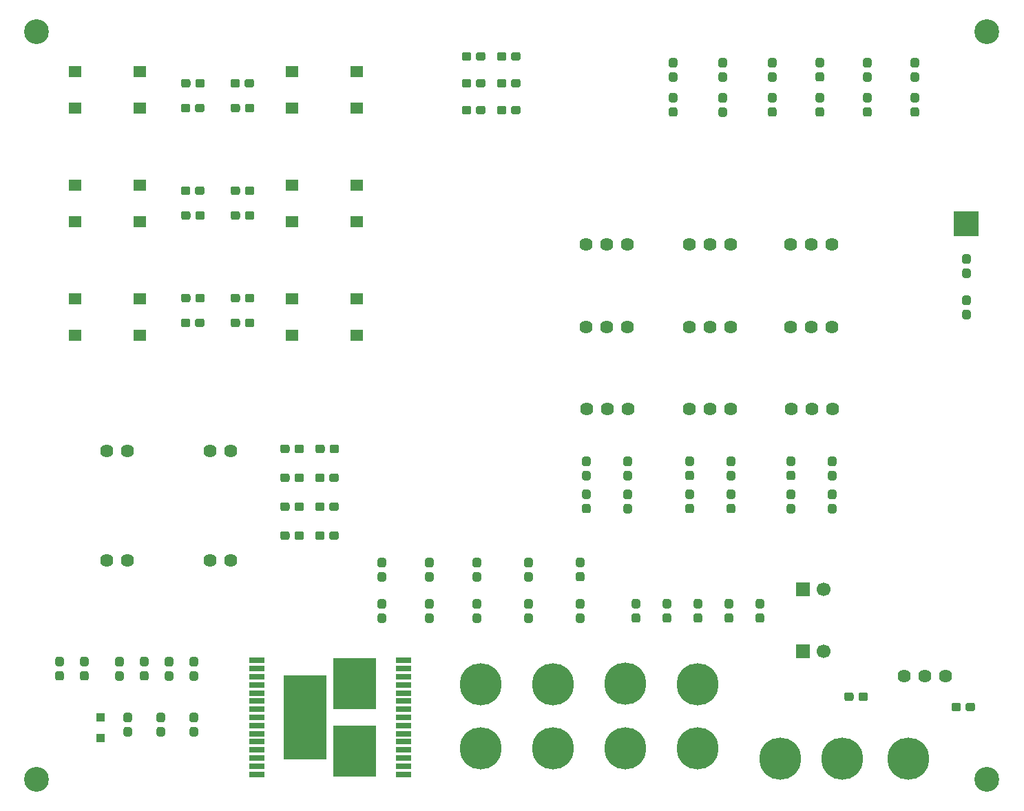
<source format=gbr>
%TF.GenerationSoftware,KiCad,Pcbnew,(5.1.6)-1*%
%TF.CreationDate,2020-11-24T13:28:34-06:00*%
%TF.ProjectId,Armboard,41726d62-6f61-4726-942e-6b696361645f,rev?*%
%TF.SameCoordinates,Original*%
%TF.FileFunction,Soldermask,Top*%
%TF.FilePolarity,Negative*%
%FSLAX46Y46*%
G04 Gerber Fmt 4.6, Leading zero omitted, Abs format (unit mm)*
G04 Created by KiCad (PCBNEW (5.1.6)-1) date 2020-11-24 13:28:34*
%MOMM*%
%LPD*%
G01*
G04 APERTURE LIST*
%ADD10C,3.046400*%
%ADD11C,1.700000*%
%ADD12R,1.700000X1.700000*%
%ADD13C,5.180000*%
%ADD14C,1.624000*%
%ADD15R,3.100000X3.100000*%
%ADD16R,1.650000X1.400000*%
%ADD17R,5.357800X6.323000*%
%ADD18R,5.357800X10.412400*%
%ADD19R,1.954200X0.735000*%
%ADD20R,1.100000X1.100000*%
G04 APERTURE END LIST*
D10*
%TO.C,REF\u002A\u002A*%
X195580000Y-42672000D03*
%TD*%
%TO.C,REF\u002A\u002A*%
X78740000Y-42672000D03*
%TD*%
%TO.C,REF\u002A\u002A*%
X78740000Y-134620000D03*
%TD*%
%TO.C,REF\u002A\u002A*%
X195580000Y-134620000D03*
%TD*%
D11*
%TO.C,47uF2*%
X175474000Y-111252000D03*
D12*
X172974000Y-111252000D03*
%TD*%
D11*
%TO.C,47uF1*%
X175474000Y-118872000D03*
D12*
X172974000Y-118872000D03*
%TD*%
D13*
%TO.C,Conn1*%
X185928000Y-132080000D03*
X177800000Y-132080000D03*
X170180000Y-132080000D03*
%TD*%
D14*
%TO.C,U1*%
X185420000Y-121920000D03*
X187960000Y-121920000D03*
X190500000Y-121920000D03*
%TD*%
D15*
%TO.C,J1*%
X193040000Y-66294000D03*
%TD*%
%TO.C,C3*%
G36*
G01*
X179165000Y-124197500D02*
X179165000Y-124722500D01*
G75*
G02*
X178902500Y-124985000I-262500J0D01*
G01*
X178277500Y-124985000D01*
G75*
G02*
X178015000Y-124722500I0J262500D01*
G01*
X178015000Y-124197500D01*
G75*
G02*
X178277500Y-123935000I262500J0D01*
G01*
X178902500Y-123935000D01*
G75*
G02*
X179165000Y-124197500I0J-262500D01*
G01*
G37*
G36*
G01*
X180915000Y-124197500D02*
X180915000Y-124722500D01*
G75*
G02*
X180652500Y-124985000I-262500J0D01*
G01*
X180027500Y-124985000D01*
G75*
G02*
X179765000Y-124722500I0J262500D01*
G01*
X179765000Y-124197500D01*
G75*
G02*
X180027500Y-123935000I262500J0D01*
G01*
X180652500Y-123935000D01*
G75*
G02*
X180915000Y-124197500I0J-262500D01*
G01*
G37*
%TD*%
%TO.C,C2*%
G36*
G01*
X192945000Y-125992500D02*
X192945000Y-125467500D01*
G75*
G02*
X193207500Y-125205000I262500J0D01*
G01*
X193832500Y-125205000D01*
G75*
G02*
X194095000Y-125467500I0J-262500D01*
G01*
X194095000Y-125992500D01*
G75*
G02*
X193832500Y-126255000I-262500J0D01*
G01*
X193207500Y-126255000D01*
G75*
G02*
X192945000Y-125992500I0J262500D01*
G01*
G37*
G36*
G01*
X191195000Y-125992500D02*
X191195000Y-125467500D01*
G75*
G02*
X191457500Y-125205000I262500J0D01*
G01*
X192082500Y-125205000D01*
G75*
G02*
X192345000Y-125467500I0J-262500D01*
G01*
X192345000Y-125992500D01*
G75*
G02*
X192082500Y-126255000I-262500J0D01*
G01*
X191457500Y-126255000D01*
G75*
G02*
X191195000Y-125992500I0J262500D01*
G01*
G37*
%TD*%
D13*
%TO.C,Conn4*%
X160020000Y-122910000D03*
X160020000Y-130810000D03*
%TD*%
%TO.C,Conn3*%
X151104000Y-122897000D03*
X151104000Y-130797000D03*
%TD*%
%TO.C,Conn2*%
X142240000Y-122910000D03*
X142240000Y-130810000D03*
%TD*%
D14*
%TO.C,Conn20*%
X151433000Y-89048000D03*
X148893000Y-89048000D03*
X146353000Y-89048000D03*
%TD*%
%TO.C,Conn19*%
X164013000Y-89048000D03*
X161473000Y-89048000D03*
X158933000Y-89048000D03*
%TD*%
%TO.C,Conn18*%
X176593000Y-89048000D03*
X174053000Y-89048000D03*
X171513000Y-89048000D03*
%TD*%
%TO.C,Conn17*%
X102616000Y-107696000D03*
X100076000Y-107696000D03*
%TD*%
%TO.C,Conn16*%
X102616000Y-94234000D03*
X100076000Y-94234000D03*
%TD*%
%TO.C,Conn15*%
X89916000Y-107696000D03*
X87376000Y-107696000D03*
%TD*%
%TO.C,Conn14*%
X89916000Y-94234000D03*
X87376000Y-94234000D03*
%TD*%
%TO.C,Conn13*%
X171450000Y-78994000D03*
X173990000Y-78994000D03*
X176530000Y-78994000D03*
%TD*%
%TO.C,Conn12*%
X176530000Y-68834000D03*
X173990000Y-68834000D03*
X171450000Y-68834000D03*
%TD*%
%TO.C,Conn11*%
X164084000Y-78994000D03*
X161544000Y-78994000D03*
X159004000Y-78994000D03*
%TD*%
%TO.C,Conn10*%
X164084000Y-68834000D03*
X161544000Y-68834000D03*
X159004000Y-68834000D03*
%TD*%
%TO.C,Conn9*%
X151384000Y-78994000D03*
X148844000Y-78994000D03*
X146304000Y-78994000D03*
%TD*%
%TO.C,Conn8*%
X151384000Y-68834000D03*
X148844000Y-68834000D03*
X146304000Y-68834000D03*
%TD*%
D16*
%TO.C,SW6*%
X118110000Y-80010000D03*
X118110000Y-75510000D03*
X110160000Y-75510000D03*
X110160000Y-80010000D03*
%TD*%
%TO.C,SW5*%
X118110000Y-66040000D03*
X118110000Y-61540000D03*
X110160000Y-61540000D03*
X110160000Y-66040000D03*
%TD*%
%TO.C,SW4*%
X118110000Y-52070000D03*
X118110000Y-47570000D03*
X110160000Y-47570000D03*
X110160000Y-52070000D03*
%TD*%
%TO.C,SW3*%
X91440000Y-80010000D03*
X91440000Y-75510000D03*
X83490000Y-75510000D03*
X83490000Y-80010000D03*
%TD*%
%TO.C,SW2*%
X91440000Y-66040000D03*
X91440000Y-61540000D03*
X83490000Y-61540000D03*
X83490000Y-66040000D03*
%TD*%
%TO.C,SW1*%
X91440000Y-52070000D03*
X91440000Y-47570000D03*
X83490000Y-47570000D03*
X83490000Y-52070000D03*
%TD*%
%TO.C,R39*%
G36*
G01*
X151121500Y-96707000D02*
X151646500Y-96707000D01*
G75*
G02*
X151909000Y-96969500I0J-262500D01*
G01*
X151909000Y-97594500D01*
G75*
G02*
X151646500Y-97857000I-262500J0D01*
G01*
X151121500Y-97857000D01*
G75*
G02*
X150859000Y-97594500I0J262500D01*
G01*
X150859000Y-96969500D01*
G75*
G02*
X151121500Y-96707000I262500J0D01*
G01*
G37*
G36*
G01*
X151121500Y-94957000D02*
X151646500Y-94957000D01*
G75*
G02*
X151909000Y-95219500I0J-262500D01*
G01*
X151909000Y-95844500D01*
G75*
G02*
X151646500Y-96107000I-262500J0D01*
G01*
X151121500Y-96107000D01*
G75*
G02*
X150859000Y-95844500I0J262500D01*
G01*
X150859000Y-95219500D01*
G75*
G02*
X151121500Y-94957000I262500J0D01*
G01*
G37*
%TD*%
%TO.C,R38*%
G36*
G01*
X146566500Y-96107000D02*
X146041500Y-96107000D01*
G75*
G02*
X145779000Y-95844500I0J262500D01*
G01*
X145779000Y-95219500D01*
G75*
G02*
X146041500Y-94957000I262500J0D01*
G01*
X146566500Y-94957000D01*
G75*
G02*
X146829000Y-95219500I0J-262500D01*
G01*
X146829000Y-95844500D01*
G75*
G02*
X146566500Y-96107000I-262500J0D01*
G01*
G37*
G36*
G01*
X146566500Y-97857000D02*
X146041500Y-97857000D01*
G75*
G02*
X145779000Y-97594500I0J262500D01*
G01*
X145779000Y-96969500D01*
G75*
G02*
X146041500Y-96707000I262500J0D01*
G01*
X146566500Y-96707000D01*
G75*
G02*
X146829000Y-96969500I0J-262500D01*
G01*
X146829000Y-97594500D01*
G75*
G02*
X146566500Y-97857000I-262500J0D01*
G01*
G37*
%TD*%
%TO.C,R37*%
G36*
G01*
X163821500Y-96707000D02*
X164346500Y-96707000D01*
G75*
G02*
X164609000Y-96969500I0J-262500D01*
G01*
X164609000Y-97594500D01*
G75*
G02*
X164346500Y-97857000I-262500J0D01*
G01*
X163821500Y-97857000D01*
G75*
G02*
X163559000Y-97594500I0J262500D01*
G01*
X163559000Y-96969500D01*
G75*
G02*
X163821500Y-96707000I262500J0D01*
G01*
G37*
G36*
G01*
X163821500Y-94957000D02*
X164346500Y-94957000D01*
G75*
G02*
X164609000Y-95219500I0J-262500D01*
G01*
X164609000Y-95844500D01*
G75*
G02*
X164346500Y-96107000I-262500J0D01*
G01*
X163821500Y-96107000D01*
G75*
G02*
X163559000Y-95844500I0J262500D01*
G01*
X163559000Y-95219500D01*
G75*
G02*
X163821500Y-94957000I262500J0D01*
G01*
G37*
%TD*%
%TO.C,R36*%
G36*
G01*
X159266500Y-96079000D02*
X158741500Y-96079000D01*
G75*
G02*
X158479000Y-95816500I0J262500D01*
G01*
X158479000Y-95191500D01*
G75*
G02*
X158741500Y-94929000I262500J0D01*
G01*
X159266500Y-94929000D01*
G75*
G02*
X159529000Y-95191500I0J-262500D01*
G01*
X159529000Y-95816500D01*
G75*
G02*
X159266500Y-96079000I-262500J0D01*
G01*
G37*
G36*
G01*
X159266500Y-97829000D02*
X158741500Y-97829000D01*
G75*
G02*
X158479000Y-97566500I0J262500D01*
G01*
X158479000Y-96941500D01*
G75*
G02*
X158741500Y-96679000I262500J0D01*
G01*
X159266500Y-96679000D01*
G75*
G02*
X159529000Y-96941500I0J-262500D01*
G01*
X159529000Y-97566500D01*
G75*
G02*
X159266500Y-97829000I-262500J0D01*
G01*
G37*
%TD*%
%TO.C,R35*%
G36*
G01*
X176267500Y-96707000D02*
X176792500Y-96707000D01*
G75*
G02*
X177055000Y-96969500I0J-262500D01*
G01*
X177055000Y-97594500D01*
G75*
G02*
X176792500Y-97857000I-262500J0D01*
G01*
X176267500Y-97857000D01*
G75*
G02*
X176005000Y-97594500I0J262500D01*
G01*
X176005000Y-96969500D01*
G75*
G02*
X176267500Y-96707000I262500J0D01*
G01*
G37*
G36*
G01*
X176267500Y-94957000D02*
X176792500Y-94957000D01*
G75*
G02*
X177055000Y-95219500I0J-262500D01*
G01*
X177055000Y-95844500D01*
G75*
G02*
X176792500Y-96107000I-262500J0D01*
G01*
X176267500Y-96107000D01*
G75*
G02*
X176005000Y-95844500I0J262500D01*
G01*
X176005000Y-95219500D01*
G75*
G02*
X176267500Y-94957000I262500J0D01*
G01*
G37*
%TD*%
%TO.C,R34*%
G36*
G01*
X171712500Y-96079000D02*
X171187500Y-96079000D01*
G75*
G02*
X170925000Y-95816500I0J262500D01*
G01*
X170925000Y-95191500D01*
G75*
G02*
X171187500Y-94929000I262500J0D01*
G01*
X171712500Y-94929000D01*
G75*
G02*
X171975000Y-95191500I0J-262500D01*
G01*
X171975000Y-95816500D01*
G75*
G02*
X171712500Y-96079000I-262500J0D01*
G01*
G37*
G36*
G01*
X171712500Y-97829000D02*
X171187500Y-97829000D01*
G75*
G02*
X170925000Y-97566500I0J262500D01*
G01*
X170925000Y-96941500D01*
G75*
G02*
X171187500Y-96679000I262500J0D01*
G01*
X171712500Y-96679000D01*
G75*
G02*
X171975000Y-96941500I0J-262500D01*
G01*
X171975000Y-97566500D01*
G75*
G02*
X171712500Y-97829000I-262500J0D01*
G01*
G37*
%TD*%
%TO.C,R33*%
G36*
G01*
X110423000Y-104910500D02*
X110423000Y-104385500D01*
G75*
G02*
X110685500Y-104123000I262500J0D01*
G01*
X111310500Y-104123000D01*
G75*
G02*
X111573000Y-104385500I0J-262500D01*
G01*
X111573000Y-104910500D01*
G75*
G02*
X111310500Y-105173000I-262500J0D01*
G01*
X110685500Y-105173000D01*
G75*
G02*
X110423000Y-104910500I0J262500D01*
G01*
G37*
G36*
G01*
X108673000Y-104910500D02*
X108673000Y-104385500D01*
G75*
G02*
X108935500Y-104123000I262500J0D01*
G01*
X109560500Y-104123000D01*
G75*
G02*
X109823000Y-104385500I0J-262500D01*
G01*
X109823000Y-104910500D01*
G75*
G02*
X109560500Y-105173000I-262500J0D01*
G01*
X108935500Y-105173000D01*
G75*
G02*
X108673000Y-104910500I0J262500D01*
G01*
G37*
%TD*%
%TO.C,R32*%
G36*
G01*
X110423000Y-101354500D02*
X110423000Y-100829500D01*
G75*
G02*
X110685500Y-100567000I262500J0D01*
G01*
X111310500Y-100567000D01*
G75*
G02*
X111573000Y-100829500I0J-262500D01*
G01*
X111573000Y-101354500D01*
G75*
G02*
X111310500Y-101617000I-262500J0D01*
G01*
X110685500Y-101617000D01*
G75*
G02*
X110423000Y-101354500I0J262500D01*
G01*
G37*
G36*
G01*
X108673000Y-101354500D02*
X108673000Y-100829500D01*
G75*
G02*
X108935500Y-100567000I262500J0D01*
G01*
X109560500Y-100567000D01*
G75*
G02*
X109823000Y-100829500I0J-262500D01*
G01*
X109823000Y-101354500D01*
G75*
G02*
X109560500Y-101617000I-262500J0D01*
G01*
X108935500Y-101617000D01*
G75*
G02*
X108673000Y-101354500I0J262500D01*
G01*
G37*
%TD*%
%TO.C,R31*%
G36*
G01*
X110423000Y-97798500D02*
X110423000Y-97273500D01*
G75*
G02*
X110685500Y-97011000I262500J0D01*
G01*
X111310500Y-97011000D01*
G75*
G02*
X111573000Y-97273500I0J-262500D01*
G01*
X111573000Y-97798500D01*
G75*
G02*
X111310500Y-98061000I-262500J0D01*
G01*
X110685500Y-98061000D01*
G75*
G02*
X110423000Y-97798500I0J262500D01*
G01*
G37*
G36*
G01*
X108673000Y-97798500D02*
X108673000Y-97273500D01*
G75*
G02*
X108935500Y-97011000I262500J0D01*
G01*
X109560500Y-97011000D01*
G75*
G02*
X109823000Y-97273500I0J-262500D01*
G01*
X109823000Y-97798500D01*
G75*
G02*
X109560500Y-98061000I-262500J0D01*
G01*
X108935500Y-98061000D01*
G75*
G02*
X108673000Y-97798500I0J262500D01*
G01*
G37*
%TD*%
%TO.C,R30*%
G36*
G01*
X110423000Y-94242500D02*
X110423000Y-93717500D01*
G75*
G02*
X110685500Y-93455000I262500J0D01*
G01*
X111310500Y-93455000D01*
G75*
G02*
X111573000Y-93717500I0J-262500D01*
G01*
X111573000Y-94242500D01*
G75*
G02*
X111310500Y-94505000I-262500J0D01*
G01*
X110685500Y-94505000D01*
G75*
G02*
X110423000Y-94242500I0J262500D01*
G01*
G37*
G36*
G01*
X108673000Y-94242500D02*
X108673000Y-93717500D01*
G75*
G02*
X108935500Y-93455000I262500J0D01*
G01*
X109560500Y-93455000D01*
G75*
G02*
X109823000Y-93717500I0J-262500D01*
G01*
X109823000Y-94242500D01*
G75*
G02*
X109560500Y-94505000I-262500J0D01*
G01*
X108935500Y-94505000D01*
G75*
G02*
X108673000Y-94242500I0J262500D01*
G01*
G37*
%TD*%
%TO.C,R29*%
G36*
G01*
X104327000Y-78748500D02*
X104327000Y-78223500D01*
G75*
G02*
X104589500Y-77961000I262500J0D01*
G01*
X105214500Y-77961000D01*
G75*
G02*
X105477000Y-78223500I0J-262500D01*
G01*
X105477000Y-78748500D01*
G75*
G02*
X105214500Y-79011000I-262500J0D01*
G01*
X104589500Y-79011000D01*
G75*
G02*
X104327000Y-78748500I0J262500D01*
G01*
G37*
G36*
G01*
X102577000Y-78748500D02*
X102577000Y-78223500D01*
G75*
G02*
X102839500Y-77961000I262500J0D01*
G01*
X103464500Y-77961000D01*
G75*
G02*
X103727000Y-78223500I0J-262500D01*
G01*
X103727000Y-78748500D01*
G75*
G02*
X103464500Y-79011000I-262500J0D01*
G01*
X102839500Y-79011000D01*
G75*
G02*
X102577000Y-78748500I0J262500D01*
G01*
G37*
%TD*%
%TO.C,R28*%
G36*
G01*
X104327000Y-65540500D02*
X104327000Y-65015500D01*
G75*
G02*
X104589500Y-64753000I262500J0D01*
G01*
X105214500Y-64753000D01*
G75*
G02*
X105477000Y-65015500I0J-262500D01*
G01*
X105477000Y-65540500D01*
G75*
G02*
X105214500Y-65803000I-262500J0D01*
G01*
X104589500Y-65803000D01*
G75*
G02*
X104327000Y-65540500I0J262500D01*
G01*
G37*
G36*
G01*
X102577000Y-65540500D02*
X102577000Y-65015500D01*
G75*
G02*
X102839500Y-64753000I262500J0D01*
G01*
X103464500Y-64753000D01*
G75*
G02*
X103727000Y-65015500I0J-262500D01*
G01*
X103727000Y-65540500D01*
G75*
G02*
X103464500Y-65803000I-262500J0D01*
G01*
X102839500Y-65803000D01*
G75*
G02*
X102577000Y-65540500I0J262500D01*
G01*
G37*
%TD*%
%TO.C,R27*%
G36*
G01*
X104327000Y-52332500D02*
X104327000Y-51807500D01*
G75*
G02*
X104589500Y-51545000I262500J0D01*
G01*
X105214500Y-51545000D01*
G75*
G02*
X105477000Y-51807500I0J-262500D01*
G01*
X105477000Y-52332500D01*
G75*
G02*
X105214500Y-52595000I-262500J0D01*
G01*
X104589500Y-52595000D01*
G75*
G02*
X104327000Y-52332500I0J262500D01*
G01*
G37*
G36*
G01*
X102577000Y-52332500D02*
X102577000Y-51807500D01*
G75*
G02*
X102839500Y-51545000I262500J0D01*
G01*
X103464500Y-51545000D01*
G75*
G02*
X103727000Y-51807500I0J-262500D01*
G01*
X103727000Y-52332500D01*
G75*
G02*
X103464500Y-52595000I-262500J0D01*
G01*
X102839500Y-52595000D01*
G75*
G02*
X102577000Y-52332500I0J262500D01*
G01*
G37*
%TD*%
%TO.C,R26*%
G36*
G01*
X97603000Y-78223500D02*
X97603000Y-78748500D01*
G75*
G02*
X97340500Y-79011000I-262500J0D01*
G01*
X96715500Y-79011000D01*
G75*
G02*
X96453000Y-78748500I0J262500D01*
G01*
X96453000Y-78223500D01*
G75*
G02*
X96715500Y-77961000I262500J0D01*
G01*
X97340500Y-77961000D01*
G75*
G02*
X97603000Y-78223500I0J-262500D01*
G01*
G37*
G36*
G01*
X99353000Y-78223500D02*
X99353000Y-78748500D01*
G75*
G02*
X99090500Y-79011000I-262500J0D01*
G01*
X98465500Y-79011000D01*
G75*
G02*
X98203000Y-78748500I0J262500D01*
G01*
X98203000Y-78223500D01*
G75*
G02*
X98465500Y-77961000I262500J0D01*
G01*
X99090500Y-77961000D01*
G75*
G02*
X99353000Y-78223500I0J-262500D01*
G01*
G37*
%TD*%
%TO.C,R25*%
G36*
G01*
X97631000Y-65015500D02*
X97631000Y-65540500D01*
G75*
G02*
X97368500Y-65803000I-262500J0D01*
G01*
X96743500Y-65803000D01*
G75*
G02*
X96481000Y-65540500I0J262500D01*
G01*
X96481000Y-65015500D01*
G75*
G02*
X96743500Y-64753000I262500J0D01*
G01*
X97368500Y-64753000D01*
G75*
G02*
X97631000Y-65015500I0J-262500D01*
G01*
G37*
G36*
G01*
X99381000Y-65015500D02*
X99381000Y-65540500D01*
G75*
G02*
X99118500Y-65803000I-262500J0D01*
G01*
X98493500Y-65803000D01*
G75*
G02*
X98231000Y-65540500I0J262500D01*
G01*
X98231000Y-65015500D01*
G75*
G02*
X98493500Y-64753000I262500J0D01*
G01*
X99118500Y-64753000D01*
G75*
G02*
X99381000Y-65015500I0J-262500D01*
G01*
G37*
%TD*%
%TO.C,R24*%
G36*
G01*
X97603000Y-51807500D02*
X97603000Y-52332500D01*
G75*
G02*
X97340500Y-52595000I-262500J0D01*
G01*
X96715500Y-52595000D01*
G75*
G02*
X96453000Y-52332500I0J262500D01*
G01*
X96453000Y-51807500D01*
G75*
G02*
X96715500Y-51545000I262500J0D01*
G01*
X97340500Y-51545000D01*
G75*
G02*
X97603000Y-51807500I0J-262500D01*
G01*
G37*
G36*
G01*
X99353000Y-51807500D02*
X99353000Y-52332500D01*
G75*
G02*
X99090500Y-52595000I-262500J0D01*
G01*
X98465500Y-52595000D01*
G75*
G02*
X98203000Y-52332500I0J262500D01*
G01*
X98203000Y-51807500D01*
G75*
G02*
X98465500Y-51545000I262500J0D01*
G01*
X99090500Y-51545000D01*
G75*
G02*
X99353000Y-51807500I0J-262500D01*
G01*
G37*
%TD*%
%TO.C,R23*%
G36*
G01*
X132147000Y-52061500D02*
X132147000Y-52586500D01*
G75*
G02*
X131884500Y-52849000I-262500J0D01*
G01*
X131259500Y-52849000D01*
G75*
G02*
X130997000Y-52586500I0J262500D01*
G01*
X130997000Y-52061500D01*
G75*
G02*
X131259500Y-51799000I262500J0D01*
G01*
X131884500Y-51799000D01*
G75*
G02*
X132147000Y-52061500I0J-262500D01*
G01*
G37*
G36*
G01*
X133897000Y-52061500D02*
X133897000Y-52586500D01*
G75*
G02*
X133634500Y-52849000I-262500J0D01*
G01*
X133009500Y-52849000D01*
G75*
G02*
X132747000Y-52586500I0J262500D01*
G01*
X132747000Y-52061500D01*
G75*
G02*
X133009500Y-51799000I262500J0D01*
G01*
X133634500Y-51799000D01*
G75*
G02*
X133897000Y-52061500I0J-262500D01*
G01*
G37*
%TD*%
%TO.C,R22*%
G36*
G01*
X132147000Y-48759500D02*
X132147000Y-49284500D01*
G75*
G02*
X131884500Y-49547000I-262500J0D01*
G01*
X131259500Y-49547000D01*
G75*
G02*
X130997000Y-49284500I0J262500D01*
G01*
X130997000Y-48759500D01*
G75*
G02*
X131259500Y-48497000I262500J0D01*
G01*
X131884500Y-48497000D01*
G75*
G02*
X132147000Y-48759500I0J-262500D01*
G01*
G37*
G36*
G01*
X133897000Y-48759500D02*
X133897000Y-49284500D01*
G75*
G02*
X133634500Y-49547000I-262500J0D01*
G01*
X133009500Y-49547000D01*
G75*
G02*
X132747000Y-49284500I0J262500D01*
G01*
X132747000Y-48759500D01*
G75*
G02*
X133009500Y-48497000I262500J0D01*
G01*
X133634500Y-48497000D01*
G75*
G02*
X133897000Y-48759500I0J-262500D01*
G01*
G37*
%TD*%
%TO.C,R21*%
G36*
G01*
X132147000Y-45457500D02*
X132147000Y-45982500D01*
G75*
G02*
X131884500Y-46245000I-262500J0D01*
G01*
X131259500Y-46245000D01*
G75*
G02*
X130997000Y-45982500I0J262500D01*
G01*
X130997000Y-45457500D01*
G75*
G02*
X131259500Y-45195000I262500J0D01*
G01*
X131884500Y-45195000D01*
G75*
G02*
X132147000Y-45457500I0J-262500D01*
G01*
G37*
G36*
G01*
X133897000Y-45457500D02*
X133897000Y-45982500D01*
G75*
G02*
X133634500Y-46245000I-262500J0D01*
G01*
X133009500Y-46245000D01*
G75*
G02*
X132747000Y-45982500I0J262500D01*
G01*
X132747000Y-45457500D01*
G75*
G02*
X133009500Y-45195000I262500J0D01*
G01*
X133634500Y-45195000D01*
G75*
G02*
X133897000Y-45457500I0J-262500D01*
G01*
G37*
%TD*%
%TO.C,R20*%
G36*
G01*
X186952500Y-51375000D02*
X186427500Y-51375000D01*
G75*
G02*
X186165000Y-51112500I0J262500D01*
G01*
X186165000Y-50487500D01*
G75*
G02*
X186427500Y-50225000I262500J0D01*
G01*
X186952500Y-50225000D01*
G75*
G02*
X187215000Y-50487500I0J-262500D01*
G01*
X187215000Y-51112500D01*
G75*
G02*
X186952500Y-51375000I-262500J0D01*
G01*
G37*
G36*
G01*
X186952500Y-53125000D02*
X186427500Y-53125000D01*
G75*
G02*
X186165000Y-52862500I0J262500D01*
G01*
X186165000Y-52237500D01*
G75*
G02*
X186427500Y-51975000I262500J0D01*
G01*
X186952500Y-51975000D01*
G75*
G02*
X187215000Y-52237500I0J-262500D01*
G01*
X187215000Y-52862500D01*
G75*
G02*
X186952500Y-53125000I-262500J0D01*
G01*
G37*
%TD*%
%TO.C,R19*%
G36*
G01*
X181110500Y-51375000D02*
X180585500Y-51375000D01*
G75*
G02*
X180323000Y-51112500I0J262500D01*
G01*
X180323000Y-50487500D01*
G75*
G02*
X180585500Y-50225000I262500J0D01*
G01*
X181110500Y-50225000D01*
G75*
G02*
X181373000Y-50487500I0J-262500D01*
G01*
X181373000Y-51112500D01*
G75*
G02*
X181110500Y-51375000I-262500J0D01*
G01*
G37*
G36*
G01*
X181110500Y-53125000D02*
X180585500Y-53125000D01*
G75*
G02*
X180323000Y-52862500I0J262500D01*
G01*
X180323000Y-52237500D01*
G75*
G02*
X180585500Y-51975000I262500J0D01*
G01*
X181110500Y-51975000D01*
G75*
G02*
X181373000Y-52237500I0J-262500D01*
G01*
X181373000Y-52862500D01*
G75*
G02*
X181110500Y-53125000I-262500J0D01*
G01*
G37*
%TD*%
%TO.C,R18*%
G36*
G01*
X175268500Y-51375000D02*
X174743500Y-51375000D01*
G75*
G02*
X174481000Y-51112500I0J262500D01*
G01*
X174481000Y-50487500D01*
G75*
G02*
X174743500Y-50225000I262500J0D01*
G01*
X175268500Y-50225000D01*
G75*
G02*
X175531000Y-50487500I0J-262500D01*
G01*
X175531000Y-51112500D01*
G75*
G02*
X175268500Y-51375000I-262500J0D01*
G01*
G37*
G36*
G01*
X175268500Y-53125000D02*
X174743500Y-53125000D01*
G75*
G02*
X174481000Y-52862500I0J262500D01*
G01*
X174481000Y-52237500D01*
G75*
G02*
X174743500Y-51975000I262500J0D01*
G01*
X175268500Y-51975000D01*
G75*
G02*
X175531000Y-52237500I0J-262500D01*
G01*
X175531000Y-52862500D01*
G75*
G02*
X175268500Y-53125000I-262500J0D01*
G01*
G37*
%TD*%
%TO.C,R17*%
G36*
G01*
X169426500Y-51375000D02*
X168901500Y-51375000D01*
G75*
G02*
X168639000Y-51112500I0J262500D01*
G01*
X168639000Y-50487500D01*
G75*
G02*
X168901500Y-50225000I262500J0D01*
G01*
X169426500Y-50225000D01*
G75*
G02*
X169689000Y-50487500I0J-262500D01*
G01*
X169689000Y-51112500D01*
G75*
G02*
X169426500Y-51375000I-262500J0D01*
G01*
G37*
G36*
G01*
X169426500Y-53125000D02*
X168901500Y-53125000D01*
G75*
G02*
X168639000Y-52862500I0J262500D01*
G01*
X168639000Y-52237500D01*
G75*
G02*
X168901500Y-51975000I262500J0D01*
G01*
X169426500Y-51975000D01*
G75*
G02*
X169689000Y-52237500I0J-262500D01*
G01*
X169689000Y-52862500D01*
G75*
G02*
X169426500Y-53125000I-262500J0D01*
G01*
G37*
%TD*%
%TO.C,R16*%
G36*
G01*
X163330500Y-51403000D02*
X162805500Y-51403000D01*
G75*
G02*
X162543000Y-51140500I0J262500D01*
G01*
X162543000Y-50515500D01*
G75*
G02*
X162805500Y-50253000I262500J0D01*
G01*
X163330500Y-50253000D01*
G75*
G02*
X163593000Y-50515500I0J-262500D01*
G01*
X163593000Y-51140500D01*
G75*
G02*
X163330500Y-51403000I-262500J0D01*
G01*
G37*
G36*
G01*
X163330500Y-53153000D02*
X162805500Y-53153000D01*
G75*
G02*
X162543000Y-52890500I0J262500D01*
G01*
X162543000Y-52265500D01*
G75*
G02*
X162805500Y-52003000I262500J0D01*
G01*
X163330500Y-52003000D01*
G75*
G02*
X163593000Y-52265500I0J-262500D01*
G01*
X163593000Y-52890500D01*
G75*
G02*
X163330500Y-53153000I-262500J0D01*
G01*
G37*
%TD*%
%TO.C,R15*%
G36*
G01*
X157234500Y-51375000D02*
X156709500Y-51375000D01*
G75*
G02*
X156447000Y-51112500I0J262500D01*
G01*
X156447000Y-50487500D01*
G75*
G02*
X156709500Y-50225000I262500J0D01*
G01*
X157234500Y-50225000D01*
G75*
G02*
X157497000Y-50487500I0J-262500D01*
G01*
X157497000Y-51112500D01*
G75*
G02*
X157234500Y-51375000I-262500J0D01*
G01*
G37*
G36*
G01*
X157234500Y-53125000D02*
X156709500Y-53125000D01*
G75*
G02*
X156447000Y-52862500I0J262500D01*
G01*
X156447000Y-52237500D01*
G75*
G02*
X156709500Y-51975000I262500J0D01*
G01*
X157234500Y-51975000D01*
G75*
G02*
X157497000Y-52237500I0J-262500D01*
G01*
X157497000Y-52862500D01*
G75*
G02*
X157234500Y-53125000I-262500J0D01*
G01*
G37*
%TD*%
%TO.C,R14*%
G36*
G01*
X127262500Y-113633000D02*
X126737500Y-113633000D01*
G75*
G02*
X126475000Y-113370500I0J262500D01*
G01*
X126475000Y-112745500D01*
G75*
G02*
X126737500Y-112483000I262500J0D01*
G01*
X127262500Y-112483000D01*
G75*
G02*
X127525000Y-112745500I0J-262500D01*
G01*
X127525000Y-113370500D01*
G75*
G02*
X127262500Y-113633000I-262500J0D01*
G01*
G37*
G36*
G01*
X127262500Y-115383000D02*
X126737500Y-115383000D01*
G75*
G02*
X126475000Y-115120500I0J262500D01*
G01*
X126475000Y-114495500D01*
G75*
G02*
X126737500Y-114233000I262500J0D01*
G01*
X127262500Y-114233000D01*
G75*
G02*
X127525000Y-114495500I0J-262500D01*
G01*
X127525000Y-115120500D01*
G75*
G02*
X127262500Y-115383000I-262500J0D01*
G01*
G37*
%TD*%
%TO.C,R13*%
G36*
G01*
X145804500Y-113633000D02*
X145279500Y-113633000D01*
G75*
G02*
X145017000Y-113370500I0J262500D01*
G01*
X145017000Y-112745500D01*
G75*
G02*
X145279500Y-112483000I262500J0D01*
G01*
X145804500Y-112483000D01*
G75*
G02*
X146067000Y-112745500I0J-262500D01*
G01*
X146067000Y-113370500D01*
G75*
G02*
X145804500Y-113633000I-262500J0D01*
G01*
G37*
G36*
G01*
X145804500Y-115383000D02*
X145279500Y-115383000D01*
G75*
G02*
X145017000Y-115120500I0J262500D01*
G01*
X145017000Y-114495500D01*
G75*
G02*
X145279500Y-114233000I262500J0D01*
G01*
X145804500Y-114233000D01*
G75*
G02*
X146067000Y-114495500I0J-262500D01*
G01*
X146067000Y-115120500D01*
G75*
G02*
X145804500Y-115383000I-262500J0D01*
G01*
G37*
%TD*%
%TO.C,R12*%
G36*
G01*
X139454500Y-113633000D02*
X138929500Y-113633000D01*
G75*
G02*
X138667000Y-113370500I0J262500D01*
G01*
X138667000Y-112745500D01*
G75*
G02*
X138929500Y-112483000I262500J0D01*
G01*
X139454500Y-112483000D01*
G75*
G02*
X139717000Y-112745500I0J-262500D01*
G01*
X139717000Y-113370500D01*
G75*
G02*
X139454500Y-113633000I-262500J0D01*
G01*
G37*
G36*
G01*
X139454500Y-115383000D02*
X138929500Y-115383000D01*
G75*
G02*
X138667000Y-115120500I0J262500D01*
G01*
X138667000Y-114495500D01*
G75*
G02*
X138929500Y-114233000I262500J0D01*
G01*
X139454500Y-114233000D01*
G75*
G02*
X139717000Y-114495500I0J-262500D01*
G01*
X139717000Y-115120500D01*
G75*
G02*
X139454500Y-115383000I-262500J0D01*
G01*
G37*
%TD*%
%TO.C,R11*%
G36*
G01*
X133104500Y-113633000D02*
X132579500Y-113633000D01*
G75*
G02*
X132317000Y-113370500I0J262500D01*
G01*
X132317000Y-112745500D01*
G75*
G02*
X132579500Y-112483000I262500J0D01*
G01*
X133104500Y-112483000D01*
G75*
G02*
X133367000Y-112745500I0J-262500D01*
G01*
X133367000Y-113370500D01*
G75*
G02*
X133104500Y-113633000I-262500J0D01*
G01*
G37*
G36*
G01*
X133104500Y-115383000D02*
X132579500Y-115383000D01*
G75*
G02*
X132317000Y-115120500I0J262500D01*
G01*
X132317000Y-114495500D01*
G75*
G02*
X132579500Y-114233000I262500J0D01*
G01*
X133104500Y-114233000D01*
G75*
G02*
X133367000Y-114495500I0J-262500D01*
G01*
X133367000Y-115120500D01*
G75*
G02*
X133104500Y-115383000I-262500J0D01*
G01*
G37*
%TD*%
%TO.C,R10*%
G36*
G01*
X192777500Y-76895000D02*
X193302500Y-76895000D01*
G75*
G02*
X193565000Y-77157500I0J-262500D01*
G01*
X193565000Y-77782500D01*
G75*
G02*
X193302500Y-78045000I-262500J0D01*
G01*
X192777500Y-78045000D01*
G75*
G02*
X192515000Y-77782500I0J262500D01*
G01*
X192515000Y-77157500D01*
G75*
G02*
X192777500Y-76895000I262500J0D01*
G01*
G37*
G36*
G01*
X192777500Y-75145000D02*
X193302500Y-75145000D01*
G75*
G02*
X193565000Y-75407500I0J-262500D01*
G01*
X193565000Y-76032500D01*
G75*
G02*
X193302500Y-76295000I-262500J0D01*
G01*
X192777500Y-76295000D01*
G75*
G02*
X192515000Y-76032500I0J262500D01*
G01*
X192515000Y-75407500D01*
G75*
G02*
X192777500Y-75145000I262500J0D01*
G01*
G37*
%TD*%
%TO.C,R9*%
G36*
G01*
X121420500Y-113633000D02*
X120895500Y-113633000D01*
G75*
G02*
X120633000Y-113370500I0J262500D01*
G01*
X120633000Y-112745500D01*
G75*
G02*
X120895500Y-112483000I262500J0D01*
G01*
X121420500Y-112483000D01*
G75*
G02*
X121683000Y-112745500I0J-262500D01*
G01*
X121683000Y-113370500D01*
G75*
G02*
X121420500Y-113633000I-262500J0D01*
G01*
G37*
G36*
G01*
X121420500Y-115383000D02*
X120895500Y-115383000D01*
G75*
G02*
X120633000Y-115120500I0J262500D01*
G01*
X120633000Y-114495500D01*
G75*
G02*
X120895500Y-114233000I262500J0D01*
G01*
X121420500Y-114233000D01*
G75*
G02*
X121683000Y-114495500I0J-262500D01*
G01*
X121683000Y-115120500D01*
G75*
G02*
X121420500Y-115383000I-262500J0D01*
G01*
G37*
%TD*%
%TO.C,R8*%
G36*
G01*
X81271500Y-121317000D02*
X81796500Y-121317000D01*
G75*
G02*
X82059000Y-121579500I0J-262500D01*
G01*
X82059000Y-122204500D01*
G75*
G02*
X81796500Y-122467000I-262500J0D01*
G01*
X81271500Y-122467000D01*
G75*
G02*
X81009000Y-122204500I0J262500D01*
G01*
X81009000Y-121579500D01*
G75*
G02*
X81271500Y-121317000I262500J0D01*
G01*
G37*
G36*
G01*
X81271500Y-119567000D02*
X81796500Y-119567000D01*
G75*
G02*
X82059000Y-119829500I0J-262500D01*
G01*
X82059000Y-120454500D01*
G75*
G02*
X81796500Y-120717000I-262500J0D01*
G01*
X81271500Y-120717000D01*
G75*
G02*
X81009000Y-120454500I0J262500D01*
G01*
X81009000Y-119829500D01*
G75*
G02*
X81271500Y-119567000I262500J0D01*
G01*
G37*
%TD*%
%TO.C,R7*%
G36*
G01*
X84319500Y-121317000D02*
X84844500Y-121317000D01*
G75*
G02*
X85107000Y-121579500I0J-262500D01*
G01*
X85107000Y-122204500D01*
G75*
G02*
X84844500Y-122467000I-262500J0D01*
G01*
X84319500Y-122467000D01*
G75*
G02*
X84057000Y-122204500I0J262500D01*
G01*
X84057000Y-121579500D01*
G75*
G02*
X84319500Y-121317000I262500J0D01*
G01*
G37*
G36*
G01*
X84319500Y-119567000D02*
X84844500Y-119567000D01*
G75*
G02*
X85107000Y-119829500I0J-262500D01*
G01*
X85107000Y-120454500D01*
G75*
G02*
X84844500Y-120717000I-262500J0D01*
G01*
X84319500Y-120717000D01*
G75*
G02*
X84057000Y-120454500I0J262500D01*
G01*
X84057000Y-119829500D01*
G75*
G02*
X84319500Y-119567000I262500J0D01*
G01*
G37*
%TD*%
%TO.C,R6*%
G36*
G01*
X97781500Y-128203000D02*
X98306500Y-128203000D01*
G75*
G02*
X98569000Y-128465500I0J-262500D01*
G01*
X98569000Y-129090500D01*
G75*
G02*
X98306500Y-129353000I-262500J0D01*
G01*
X97781500Y-129353000D01*
G75*
G02*
X97519000Y-129090500I0J262500D01*
G01*
X97519000Y-128465500D01*
G75*
G02*
X97781500Y-128203000I262500J0D01*
G01*
G37*
G36*
G01*
X97781500Y-126453000D02*
X98306500Y-126453000D01*
G75*
G02*
X98569000Y-126715500I0J-262500D01*
G01*
X98569000Y-127340500D01*
G75*
G02*
X98306500Y-127603000I-262500J0D01*
G01*
X97781500Y-127603000D01*
G75*
G02*
X97519000Y-127340500I0J262500D01*
G01*
X97519000Y-126715500D01*
G75*
G02*
X97781500Y-126453000I262500J0D01*
G01*
G37*
%TD*%
%TO.C,R5*%
G36*
G01*
X94242500Y-127603000D02*
X93717500Y-127603000D01*
G75*
G02*
X93455000Y-127340500I0J262500D01*
G01*
X93455000Y-126715500D01*
G75*
G02*
X93717500Y-126453000I262500J0D01*
G01*
X94242500Y-126453000D01*
G75*
G02*
X94505000Y-126715500I0J-262500D01*
G01*
X94505000Y-127340500D01*
G75*
G02*
X94242500Y-127603000I-262500J0D01*
G01*
G37*
G36*
G01*
X94242500Y-129353000D02*
X93717500Y-129353000D01*
G75*
G02*
X93455000Y-129090500I0J262500D01*
G01*
X93455000Y-128465500D01*
G75*
G02*
X93717500Y-128203000I262500J0D01*
G01*
X94242500Y-128203000D01*
G75*
G02*
X94505000Y-128465500I0J-262500D01*
G01*
X94505000Y-129090500D01*
G75*
G02*
X94242500Y-129353000I-262500J0D01*
G01*
G37*
%TD*%
%TO.C,R4*%
G36*
G01*
X88637500Y-121345000D02*
X89162500Y-121345000D01*
G75*
G02*
X89425000Y-121607500I0J-262500D01*
G01*
X89425000Y-122232500D01*
G75*
G02*
X89162500Y-122495000I-262500J0D01*
G01*
X88637500Y-122495000D01*
G75*
G02*
X88375000Y-122232500I0J262500D01*
G01*
X88375000Y-121607500D01*
G75*
G02*
X88637500Y-121345000I262500J0D01*
G01*
G37*
G36*
G01*
X88637500Y-119595000D02*
X89162500Y-119595000D01*
G75*
G02*
X89425000Y-119857500I0J-262500D01*
G01*
X89425000Y-120482500D01*
G75*
G02*
X89162500Y-120745000I-262500J0D01*
G01*
X88637500Y-120745000D01*
G75*
G02*
X88375000Y-120482500I0J262500D01*
G01*
X88375000Y-119857500D01*
G75*
G02*
X88637500Y-119595000I262500J0D01*
G01*
G37*
%TD*%
%TO.C,R3*%
G36*
G01*
X91685500Y-121317000D02*
X92210500Y-121317000D01*
G75*
G02*
X92473000Y-121579500I0J-262500D01*
G01*
X92473000Y-122204500D01*
G75*
G02*
X92210500Y-122467000I-262500J0D01*
G01*
X91685500Y-122467000D01*
G75*
G02*
X91423000Y-122204500I0J262500D01*
G01*
X91423000Y-121579500D01*
G75*
G02*
X91685500Y-121317000I262500J0D01*
G01*
G37*
G36*
G01*
X91685500Y-119567000D02*
X92210500Y-119567000D01*
G75*
G02*
X92473000Y-119829500I0J-262500D01*
G01*
X92473000Y-120454500D01*
G75*
G02*
X92210500Y-120717000I-262500J0D01*
G01*
X91685500Y-120717000D01*
G75*
G02*
X91423000Y-120454500I0J262500D01*
G01*
X91423000Y-119829500D01*
G75*
G02*
X91685500Y-119567000I262500J0D01*
G01*
G37*
%TD*%
%TO.C,R2*%
G36*
G01*
X94733500Y-121345000D02*
X95258500Y-121345000D01*
G75*
G02*
X95521000Y-121607500I0J-262500D01*
G01*
X95521000Y-122232500D01*
G75*
G02*
X95258500Y-122495000I-262500J0D01*
G01*
X94733500Y-122495000D01*
G75*
G02*
X94471000Y-122232500I0J262500D01*
G01*
X94471000Y-121607500D01*
G75*
G02*
X94733500Y-121345000I262500J0D01*
G01*
G37*
G36*
G01*
X94733500Y-119595000D02*
X95258500Y-119595000D01*
G75*
G02*
X95521000Y-119857500I0J-262500D01*
G01*
X95521000Y-120482500D01*
G75*
G02*
X95258500Y-120745000I-262500J0D01*
G01*
X94733500Y-120745000D01*
G75*
G02*
X94471000Y-120482500I0J262500D01*
G01*
X94471000Y-119857500D01*
G75*
G02*
X94733500Y-119595000I262500J0D01*
G01*
G37*
%TD*%
%TO.C,R1*%
G36*
G01*
X97781500Y-121345000D02*
X98306500Y-121345000D01*
G75*
G02*
X98569000Y-121607500I0J-262500D01*
G01*
X98569000Y-122232500D01*
G75*
G02*
X98306500Y-122495000I-262500J0D01*
G01*
X97781500Y-122495000D01*
G75*
G02*
X97519000Y-122232500I0J262500D01*
G01*
X97519000Y-121607500D01*
G75*
G02*
X97781500Y-121345000I262500J0D01*
G01*
G37*
G36*
G01*
X97781500Y-119595000D02*
X98306500Y-119595000D01*
G75*
G02*
X98569000Y-119857500I0J-262500D01*
G01*
X98569000Y-120482500D01*
G75*
G02*
X98306500Y-120745000I-262500J0D01*
G01*
X97781500Y-120745000D01*
G75*
G02*
X97519000Y-120482500I0J262500D01*
G01*
X97519000Y-119857500D01*
G75*
G02*
X97781500Y-119595000I262500J0D01*
G01*
G37*
%TD*%
D17*
%TO.C,Gripper_Motor1*%
X117856000Y-131165600D03*
D18*
X111760000Y-127000000D03*
D17*
X117856000Y-122834400D03*
D19*
X123812300Y-119999999D03*
X123812300Y-120999999D03*
X123812300Y-122000000D03*
X123812300Y-123000000D03*
X123812300Y-124000001D03*
X123812300Y-124999999D03*
X123812300Y-125999999D03*
X123812300Y-127000000D03*
X123812300Y-128000001D03*
X123812300Y-129000001D03*
X123812300Y-129999999D03*
X123812300Y-131000000D03*
X123812300Y-132000000D03*
X123812300Y-133000001D03*
X123812300Y-133999999D03*
X105803700Y-134000001D03*
X105803700Y-133000001D03*
X105803700Y-132000000D03*
X105803700Y-131000000D03*
X105803700Y-129999999D03*
X105803700Y-129000001D03*
X105803700Y-128000001D03*
X105803700Y-127000000D03*
X105803700Y-125999999D03*
X105803700Y-124999999D03*
X105803700Y-124000001D03*
X105803700Y-123000000D03*
X105803700Y-122000000D03*
X105803700Y-120999999D03*
X105803700Y-120000001D03*
%TD*%
%TO.C,D33*%
G36*
G01*
X151646500Y-100171000D02*
X151121500Y-100171000D01*
G75*
G02*
X150859000Y-99908500I0J262500D01*
G01*
X150859000Y-99283500D01*
G75*
G02*
X151121500Y-99021000I262500J0D01*
G01*
X151646500Y-99021000D01*
G75*
G02*
X151909000Y-99283500I0J-262500D01*
G01*
X151909000Y-99908500D01*
G75*
G02*
X151646500Y-100171000I-262500J0D01*
G01*
G37*
G36*
G01*
X151646500Y-101921000D02*
X151121500Y-101921000D01*
G75*
G02*
X150859000Y-101658500I0J262500D01*
G01*
X150859000Y-101033500D01*
G75*
G02*
X151121500Y-100771000I262500J0D01*
G01*
X151646500Y-100771000D01*
G75*
G02*
X151909000Y-101033500I0J-262500D01*
G01*
X151909000Y-101658500D01*
G75*
G02*
X151646500Y-101921000I-262500J0D01*
G01*
G37*
%TD*%
%TO.C,D32*%
G36*
G01*
X146566500Y-100143000D02*
X146041500Y-100143000D01*
G75*
G02*
X145779000Y-99880500I0J262500D01*
G01*
X145779000Y-99255500D01*
G75*
G02*
X146041500Y-98993000I262500J0D01*
G01*
X146566500Y-98993000D01*
G75*
G02*
X146829000Y-99255500I0J-262500D01*
G01*
X146829000Y-99880500D01*
G75*
G02*
X146566500Y-100143000I-262500J0D01*
G01*
G37*
G36*
G01*
X146566500Y-101893000D02*
X146041500Y-101893000D01*
G75*
G02*
X145779000Y-101630500I0J262500D01*
G01*
X145779000Y-101005500D01*
G75*
G02*
X146041500Y-100743000I262500J0D01*
G01*
X146566500Y-100743000D01*
G75*
G02*
X146829000Y-101005500I0J-262500D01*
G01*
X146829000Y-101630500D01*
G75*
G02*
X146566500Y-101893000I-262500J0D01*
G01*
G37*
%TD*%
%TO.C,D31*%
G36*
G01*
X164346500Y-100143000D02*
X163821500Y-100143000D01*
G75*
G02*
X163559000Y-99880500I0J262500D01*
G01*
X163559000Y-99255500D01*
G75*
G02*
X163821500Y-98993000I262500J0D01*
G01*
X164346500Y-98993000D01*
G75*
G02*
X164609000Y-99255500I0J-262500D01*
G01*
X164609000Y-99880500D01*
G75*
G02*
X164346500Y-100143000I-262500J0D01*
G01*
G37*
G36*
G01*
X164346500Y-101893000D02*
X163821500Y-101893000D01*
G75*
G02*
X163559000Y-101630500I0J262500D01*
G01*
X163559000Y-101005500D01*
G75*
G02*
X163821500Y-100743000I262500J0D01*
G01*
X164346500Y-100743000D01*
G75*
G02*
X164609000Y-101005500I0J-262500D01*
G01*
X164609000Y-101630500D01*
G75*
G02*
X164346500Y-101893000I-262500J0D01*
G01*
G37*
%TD*%
%TO.C,D30*%
G36*
G01*
X159266500Y-100143000D02*
X158741500Y-100143000D01*
G75*
G02*
X158479000Y-99880500I0J262500D01*
G01*
X158479000Y-99255500D01*
G75*
G02*
X158741500Y-98993000I262500J0D01*
G01*
X159266500Y-98993000D01*
G75*
G02*
X159529000Y-99255500I0J-262500D01*
G01*
X159529000Y-99880500D01*
G75*
G02*
X159266500Y-100143000I-262500J0D01*
G01*
G37*
G36*
G01*
X159266500Y-101893000D02*
X158741500Y-101893000D01*
G75*
G02*
X158479000Y-101630500I0J262500D01*
G01*
X158479000Y-101005500D01*
G75*
G02*
X158741500Y-100743000I262500J0D01*
G01*
X159266500Y-100743000D01*
G75*
G02*
X159529000Y-101005500I0J-262500D01*
G01*
X159529000Y-101630500D01*
G75*
G02*
X159266500Y-101893000I-262500J0D01*
G01*
G37*
%TD*%
%TO.C,D29*%
G36*
G01*
X176792500Y-100171000D02*
X176267500Y-100171000D01*
G75*
G02*
X176005000Y-99908500I0J262500D01*
G01*
X176005000Y-99283500D01*
G75*
G02*
X176267500Y-99021000I262500J0D01*
G01*
X176792500Y-99021000D01*
G75*
G02*
X177055000Y-99283500I0J-262500D01*
G01*
X177055000Y-99908500D01*
G75*
G02*
X176792500Y-100171000I-262500J0D01*
G01*
G37*
G36*
G01*
X176792500Y-101921000D02*
X176267500Y-101921000D01*
G75*
G02*
X176005000Y-101658500I0J262500D01*
G01*
X176005000Y-101033500D01*
G75*
G02*
X176267500Y-100771000I262500J0D01*
G01*
X176792500Y-100771000D01*
G75*
G02*
X177055000Y-101033500I0J-262500D01*
G01*
X177055000Y-101658500D01*
G75*
G02*
X176792500Y-101921000I-262500J0D01*
G01*
G37*
%TD*%
%TO.C,D28*%
G36*
G01*
X171712500Y-100171000D02*
X171187500Y-100171000D01*
G75*
G02*
X170925000Y-99908500I0J262500D01*
G01*
X170925000Y-99283500D01*
G75*
G02*
X171187500Y-99021000I262500J0D01*
G01*
X171712500Y-99021000D01*
G75*
G02*
X171975000Y-99283500I0J-262500D01*
G01*
X171975000Y-99908500D01*
G75*
G02*
X171712500Y-100171000I-262500J0D01*
G01*
G37*
G36*
G01*
X171712500Y-101921000D02*
X171187500Y-101921000D01*
G75*
G02*
X170925000Y-101658500I0J262500D01*
G01*
X170925000Y-101033500D01*
G75*
G02*
X171187500Y-100771000I262500J0D01*
G01*
X171712500Y-100771000D01*
G75*
G02*
X171975000Y-101033500I0J-262500D01*
G01*
X171975000Y-101658500D01*
G75*
G02*
X171712500Y-101921000I-262500J0D01*
G01*
G37*
%TD*%
%TO.C,D27*%
G36*
G01*
X114113000Y-104385500D02*
X114113000Y-104910500D01*
G75*
G02*
X113850500Y-105173000I-262500J0D01*
G01*
X113225500Y-105173000D01*
G75*
G02*
X112963000Y-104910500I0J262500D01*
G01*
X112963000Y-104385500D01*
G75*
G02*
X113225500Y-104123000I262500J0D01*
G01*
X113850500Y-104123000D01*
G75*
G02*
X114113000Y-104385500I0J-262500D01*
G01*
G37*
G36*
G01*
X115863000Y-104385500D02*
X115863000Y-104910500D01*
G75*
G02*
X115600500Y-105173000I-262500J0D01*
G01*
X114975500Y-105173000D01*
G75*
G02*
X114713000Y-104910500I0J262500D01*
G01*
X114713000Y-104385500D01*
G75*
G02*
X114975500Y-104123000I262500J0D01*
G01*
X115600500Y-104123000D01*
G75*
G02*
X115863000Y-104385500I0J-262500D01*
G01*
G37*
%TD*%
%TO.C,D26*%
G36*
G01*
X114113000Y-100829500D02*
X114113000Y-101354500D01*
G75*
G02*
X113850500Y-101617000I-262500J0D01*
G01*
X113225500Y-101617000D01*
G75*
G02*
X112963000Y-101354500I0J262500D01*
G01*
X112963000Y-100829500D01*
G75*
G02*
X113225500Y-100567000I262500J0D01*
G01*
X113850500Y-100567000D01*
G75*
G02*
X114113000Y-100829500I0J-262500D01*
G01*
G37*
G36*
G01*
X115863000Y-100829500D02*
X115863000Y-101354500D01*
G75*
G02*
X115600500Y-101617000I-262500J0D01*
G01*
X114975500Y-101617000D01*
G75*
G02*
X114713000Y-101354500I0J262500D01*
G01*
X114713000Y-100829500D01*
G75*
G02*
X114975500Y-100567000I262500J0D01*
G01*
X115600500Y-100567000D01*
G75*
G02*
X115863000Y-100829500I0J-262500D01*
G01*
G37*
%TD*%
%TO.C,D25*%
G36*
G01*
X114113000Y-97273500D02*
X114113000Y-97798500D01*
G75*
G02*
X113850500Y-98061000I-262500J0D01*
G01*
X113225500Y-98061000D01*
G75*
G02*
X112963000Y-97798500I0J262500D01*
G01*
X112963000Y-97273500D01*
G75*
G02*
X113225500Y-97011000I262500J0D01*
G01*
X113850500Y-97011000D01*
G75*
G02*
X114113000Y-97273500I0J-262500D01*
G01*
G37*
G36*
G01*
X115863000Y-97273500D02*
X115863000Y-97798500D01*
G75*
G02*
X115600500Y-98061000I-262500J0D01*
G01*
X114975500Y-98061000D01*
G75*
G02*
X114713000Y-97798500I0J262500D01*
G01*
X114713000Y-97273500D01*
G75*
G02*
X114975500Y-97011000I262500J0D01*
G01*
X115600500Y-97011000D01*
G75*
G02*
X115863000Y-97273500I0J-262500D01*
G01*
G37*
%TD*%
%TO.C,D24*%
G36*
G01*
X114141000Y-93717500D02*
X114141000Y-94242500D01*
G75*
G02*
X113878500Y-94505000I-262500J0D01*
G01*
X113253500Y-94505000D01*
G75*
G02*
X112991000Y-94242500I0J262500D01*
G01*
X112991000Y-93717500D01*
G75*
G02*
X113253500Y-93455000I262500J0D01*
G01*
X113878500Y-93455000D01*
G75*
G02*
X114141000Y-93717500I0J-262500D01*
G01*
G37*
G36*
G01*
X115891000Y-93717500D02*
X115891000Y-94242500D01*
G75*
G02*
X115628500Y-94505000I-262500J0D01*
G01*
X115003500Y-94505000D01*
G75*
G02*
X114741000Y-94242500I0J262500D01*
G01*
X114741000Y-93717500D01*
G75*
G02*
X115003500Y-93455000I262500J0D01*
G01*
X115628500Y-93455000D01*
G75*
G02*
X115891000Y-93717500I0J-262500D01*
G01*
G37*
%TD*%
%TO.C,D23*%
G36*
G01*
X103727000Y-75175500D02*
X103727000Y-75700500D01*
G75*
G02*
X103464500Y-75963000I-262500J0D01*
G01*
X102839500Y-75963000D01*
G75*
G02*
X102577000Y-75700500I0J262500D01*
G01*
X102577000Y-75175500D01*
G75*
G02*
X102839500Y-74913000I262500J0D01*
G01*
X103464500Y-74913000D01*
G75*
G02*
X103727000Y-75175500I0J-262500D01*
G01*
G37*
G36*
G01*
X105477000Y-75175500D02*
X105477000Y-75700500D01*
G75*
G02*
X105214500Y-75963000I-262500J0D01*
G01*
X104589500Y-75963000D01*
G75*
G02*
X104327000Y-75700500I0J262500D01*
G01*
X104327000Y-75175500D01*
G75*
G02*
X104589500Y-74913000I262500J0D01*
G01*
X105214500Y-74913000D01*
G75*
G02*
X105477000Y-75175500I0J-262500D01*
G01*
G37*
%TD*%
%TO.C,D22*%
G36*
G01*
X103727000Y-61967500D02*
X103727000Y-62492500D01*
G75*
G02*
X103464500Y-62755000I-262500J0D01*
G01*
X102839500Y-62755000D01*
G75*
G02*
X102577000Y-62492500I0J262500D01*
G01*
X102577000Y-61967500D01*
G75*
G02*
X102839500Y-61705000I262500J0D01*
G01*
X103464500Y-61705000D01*
G75*
G02*
X103727000Y-61967500I0J-262500D01*
G01*
G37*
G36*
G01*
X105477000Y-61967500D02*
X105477000Y-62492500D01*
G75*
G02*
X105214500Y-62755000I-262500J0D01*
G01*
X104589500Y-62755000D01*
G75*
G02*
X104327000Y-62492500I0J262500D01*
G01*
X104327000Y-61967500D01*
G75*
G02*
X104589500Y-61705000I262500J0D01*
G01*
X105214500Y-61705000D01*
G75*
G02*
X105477000Y-61967500I0J-262500D01*
G01*
G37*
%TD*%
%TO.C,D21*%
G36*
G01*
X103699000Y-48759500D02*
X103699000Y-49284500D01*
G75*
G02*
X103436500Y-49547000I-262500J0D01*
G01*
X102811500Y-49547000D01*
G75*
G02*
X102549000Y-49284500I0J262500D01*
G01*
X102549000Y-48759500D01*
G75*
G02*
X102811500Y-48497000I262500J0D01*
G01*
X103436500Y-48497000D01*
G75*
G02*
X103699000Y-48759500I0J-262500D01*
G01*
G37*
G36*
G01*
X105449000Y-48759500D02*
X105449000Y-49284500D01*
G75*
G02*
X105186500Y-49547000I-262500J0D01*
G01*
X104561500Y-49547000D01*
G75*
G02*
X104299000Y-49284500I0J262500D01*
G01*
X104299000Y-48759500D01*
G75*
G02*
X104561500Y-48497000I262500J0D01*
G01*
X105186500Y-48497000D01*
G75*
G02*
X105449000Y-48759500I0J-262500D01*
G01*
G37*
%TD*%
%TO.C,D20*%
G36*
G01*
X97631000Y-75175500D02*
X97631000Y-75700500D01*
G75*
G02*
X97368500Y-75963000I-262500J0D01*
G01*
X96743500Y-75963000D01*
G75*
G02*
X96481000Y-75700500I0J262500D01*
G01*
X96481000Y-75175500D01*
G75*
G02*
X96743500Y-74913000I262500J0D01*
G01*
X97368500Y-74913000D01*
G75*
G02*
X97631000Y-75175500I0J-262500D01*
G01*
G37*
G36*
G01*
X99381000Y-75175500D02*
X99381000Y-75700500D01*
G75*
G02*
X99118500Y-75963000I-262500J0D01*
G01*
X98493500Y-75963000D01*
G75*
G02*
X98231000Y-75700500I0J262500D01*
G01*
X98231000Y-75175500D01*
G75*
G02*
X98493500Y-74913000I262500J0D01*
G01*
X99118500Y-74913000D01*
G75*
G02*
X99381000Y-75175500I0J-262500D01*
G01*
G37*
%TD*%
%TO.C,D19*%
G36*
G01*
X97603000Y-61967500D02*
X97603000Y-62492500D01*
G75*
G02*
X97340500Y-62755000I-262500J0D01*
G01*
X96715500Y-62755000D01*
G75*
G02*
X96453000Y-62492500I0J262500D01*
G01*
X96453000Y-61967500D01*
G75*
G02*
X96715500Y-61705000I262500J0D01*
G01*
X97340500Y-61705000D01*
G75*
G02*
X97603000Y-61967500I0J-262500D01*
G01*
G37*
G36*
G01*
X99353000Y-61967500D02*
X99353000Y-62492500D01*
G75*
G02*
X99090500Y-62755000I-262500J0D01*
G01*
X98465500Y-62755000D01*
G75*
G02*
X98203000Y-62492500I0J262500D01*
G01*
X98203000Y-61967500D01*
G75*
G02*
X98465500Y-61705000I262500J0D01*
G01*
X99090500Y-61705000D01*
G75*
G02*
X99353000Y-61967500I0J-262500D01*
G01*
G37*
%TD*%
%TO.C,D18*%
G36*
G01*
X97631000Y-48759500D02*
X97631000Y-49284500D01*
G75*
G02*
X97368500Y-49547000I-262500J0D01*
G01*
X96743500Y-49547000D01*
G75*
G02*
X96481000Y-49284500I0J262500D01*
G01*
X96481000Y-48759500D01*
G75*
G02*
X96743500Y-48497000I262500J0D01*
G01*
X97368500Y-48497000D01*
G75*
G02*
X97631000Y-48759500I0J-262500D01*
G01*
G37*
G36*
G01*
X99381000Y-48759500D02*
X99381000Y-49284500D01*
G75*
G02*
X99118500Y-49547000I-262500J0D01*
G01*
X98493500Y-49547000D01*
G75*
G02*
X98231000Y-49284500I0J262500D01*
G01*
X98231000Y-48759500D01*
G75*
G02*
X98493500Y-48497000I262500J0D01*
G01*
X99118500Y-48497000D01*
G75*
G02*
X99381000Y-48759500I0J-262500D01*
G01*
G37*
%TD*%
%TO.C,D17*%
G36*
G01*
X136465000Y-52061500D02*
X136465000Y-52586500D01*
G75*
G02*
X136202500Y-52849000I-262500J0D01*
G01*
X135577500Y-52849000D01*
G75*
G02*
X135315000Y-52586500I0J262500D01*
G01*
X135315000Y-52061500D01*
G75*
G02*
X135577500Y-51799000I262500J0D01*
G01*
X136202500Y-51799000D01*
G75*
G02*
X136465000Y-52061500I0J-262500D01*
G01*
G37*
G36*
G01*
X138215000Y-52061500D02*
X138215000Y-52586500D01*
G75*
G02*
X137952500Y-52849000I-262500J0D01*
G01*
X137327500Y-52849000D01*
G75*
G02*
X137065000Y-52586500I0J262500D01*
G01*
X137065000Y-52061500D01*
G75*
G02*
X137327500Y-51799000I262500J0D01*
G01*
X137952500Y-51799000D01*
G75*
G02*
X138215000Y-52061500I0J-262500D01*
G01*
G37*
%TD*%
%TO.C,D16*%
G36*
G01*
X136465000Y-48759500D02*
X136465000Y-49284500D01*
G75*
G02*
X136202500Y-49547000I-262500J0D01*
G01*
X135577500Y-49547000D01*
G75*
G02*
X135315000Y-49284500I0J262500D01*
G01*
X135315000Y-48759500D01*
G75*
G02*
X135577500Y-48497000I262500J0D01*
G01*
X136202500Y-48497000D01*
G75*
G02*
X136465000Y-48759500I0J-262500D01*
G01*
G37*
G36*
G01*
X138215000Y-48759500D02*
X138215000Y-49284500D01*
G75*
G02*
X137952500Y-49547000I-262500J0D01*
G01*
X137327500Y-49547000D01*
G75*
G02*
X137065000Y-49284500I0J262500D01*
G01*
X137065000Y-48759500D01*
G75*
G02*
X137327500Y-48497000I262500J0D01*
G01*
X137952500Y-48497000D01*
G75*
G02*
X138215000Y-48759500I0J-262500D01*
G01*
G37*
%TD*%
%TO.C,D15*%
G36*
G01*
X136465000Y-45457500D02*
X136465000Y-45982500D01*
G75*
G02*
X136202500Y-46245000I-262500J0D01*
G01*
X135577500Y-46245000D01*
G75*
G02*
X135315000Y-45982500I0J262500D01*
G01*
X135315000Y-45457500D01*
G75*
G02*
X135577500Y-45195000I262500J0D01*
G01*
X136202500Y-45195000D01*
G75*
G02*
X136465000Y-45457500I0J-262500D01*
G01*
G37*
G36*
G01*
X138215000Y-45457500D02*
X138215000Y-45982500D01*
G75*
G02*
X137952500Y-46245000I-262500J0D01*
G01*
X137327500Y-46245000D01*
G75*
G02*
X137065000Y-45982500I0J262500D01*
G01*
X137065000Y-45457500D01*
G75*
G02*
X137327500Y-45195000I262500J0D01*
G01*
X137952500Y-45195000D01*
G75*
G02*
X138215000Y-45457500I0J-262500D01*
G01*
G37*
%TD*%
%TO.C,D14*%
G36*
G01*
X186427500Y-47685000D02*
X186952500Y-47685000D01*
G75*
G02*
X187215000Y-47947500I0J-262500D01*
G01*
X187215000Y-48572500D01*
G75*
G02*
X186952500Y-48835000I-262500J0D01*
G01*
X186427500Y-48835000D01*
G75*
G02*
X186165000Y-48572500I0J262500D01*
G01*
X186165000Y-47947500D01*
G75*
G02*
X186427500Y-47685000I262500J0D01*
G01*
G37*
G36*
G01*
X186427500Y-45935000D02*
X186952500Y-45935000D01*
G75*
G02*
X187215000Y-46197500I0J-262500D01*
G01*
X187215000Y-46822500D01*
G75*
G02*
X186952500Y-47085000I-262500J0D01*
G01*
X186427500Y-47085000D01*
G75*
G02*
X186165000Y-46822500I0J262500D01*
G01*
X186165000Y-46197500D01*
G75*
G02*
X186427500Y-45935000I262500J0D01*
G01*
G37*
%TD*%
%TO.C,D13*%
G36*
G01*
X180585500Y-47685000D02*
X181110500Y-47685000D01*
G75*
G02*
X181373000Y-47947500I0J-262500D01*
G01*
X181373000Y-48572500D01*
G75*
G02*
X181110500Y-48835000I-262500J0D01*
G01*
X180585500Y-48835000D01*
G75*
G02*
X180323000Y-48572500I0J262500D01*
G01*
X180323000Y-47947500D01*
G75*
G02*
X180585500Y-47685000I262500J0D01*
G01*
G37*
G36*
G01*
X180585500Y-45935000D02*
X181110500Y-45935000D01*
G75*
G02*
X181373000Y-46197500I0J-262500D01*
G01*
X181373000Y-46822500D01*
G75*
G02*
X181110500Y-47085000I-262500J0D01*
G01*
X180585500Y-47085000D01*
G75*
G02*
X180323000Y-46822500I0J262500D01*
G01*
X180323000Y-46197500D01*
G75*
G02*
X180585500Y-45935000I262500J0D01*
G01*
G37*
%TD*%
%TO.C,D12*%
G36*
G01*
X174743500Y-47657000D02*
X175268500Y-47657000D01*
G75*
G02*
X175531000Y-47919500I0J-262500D01*
G01*
X175531000Y-48544500D01*
G75*
G02*
X175268500Y-48807000I-262500J0D01*
G01*
X174743500Y-48807000D01*
G75*
G02*
X174481000Y-48544500I0J262500D01*
G01*
X174481000Y-47919500D01*
G75*
G02*
X174743500Y-47657000I262500J0D01*
G01*
G37*
G36*
G01*
X174743500Y-45907000D02*
X175268500Y-45907000D01*
G75*
G02*
X175531000Y-46169500I0J-262500D01*
G01*
X175531000Y-46794500D01*
G75*
G02*
X175268500Y-47057000I-262500J0D01*
G01*
X174743500Y-47057000D01*
G75*
G02*
X174481000Y-46794500I0J262500D01*
G01*
X174481000Y-46169500D01*
G75*
G02*
X174743500Y-45907000I262500J0D01*
G01*
G37*
%TD*%
%TO.C,D11*%
G36*
G01*
X168901500Y-47685000D02*
X169426500Y-47685000D01*
G75*
G02*
X169689000Y-47947500I0J-262500D01*
G01*
X169689000Y-48572500D01*
G75*
G02*
X169426500Y-48835000I-262500J0D01*
G01*
X168901500Y-48835000D01*
G75*
G02*
X168639000Y-48572500I0J262500D01*
G01*
X168639000Y-47947500D01*
G75*
G02*
X168901500Y-47685000I262500J0D01*
G01*
G37*
G36*
G01*
X168901500Y-45935000D02*
X169426500Y-45935000D01*
G75*
G02*
X169689000Y-46197500I0J-262500D01*
G01*
X169689000Y-46822500D01*
G75*
G02*
X169426500Y-47085000I-262500J0D01*
G01*
X168901500Y-47085000D01*
G75*
G02*
X168639000Y-46822500I0J262500D01*
G01*
X168639000Y-46197500D01*
G75*
G02*
X168901500Y-45935000I262500J0D01*
G01*
G37*
%TD*%
%TO.C,D10*%
G36*
G01*
X162805500Y-47685000D02*
X163330500Y-47685000D01*
G75*
G02*
X163593000Y-47947500I0J-262500D01*
G01*
X163593000Y-48572500D01*
G75*
G02*
X163330500Y-48835000I-262500J0D01*
G01*
X162805500Y-48835000D01*
G75*
G02*
X162543000Y-48572500I0J262500D01*
G01*
X162543000Y-47947500D01*
G75*
G02*
X162805500Y-47685000I262500J0D01*
G01*
G37*
G36*
G01*
X162805500Y-45935000D02*
X163330500Y-45935000D01*
G75*
G02*
X163593000Y-46197500I0J-262500D01*
G01*
X163593000Y-46822500D01*
G75*
G02*
X163330500Y-47085000I-262500J0D01*
G01*
X162805500Y-47085000D01*
G75*
G02*
X162543000Y-46822500I0J262500D01*
G01*
X162543000Y-46197500D01*
G75*
G02*
X162805500Y-45935000I262500J0D01*
G01*
G37*
%TD*%
%TO.C,D9*%
G36*
G01*
X156709500Y-47685000D02*
X157234500Y-47685000D01*
G75*
G02*
X157497000Y-47947500I0J-262500D01*
G01*
X157497000Y-48572500D01*
G75*
G02*
X157234500Y-48835000I-262500J0D01*
G01*
X156709500Y-48835000D01*
G75*
G02*
X156447000Y-48572500I0J262500D01*
G01*
X156447000Y-47947500D01*
G75*
G02*
X156709500Y-47685000I262500J0D01*
G01*
G37*
G36*
G01*
X156709500Y-45935000D02*
X157234500Y-45935000D01*
G75*
G02*
X157497000Y-46197500I0J-262500D01*
G01*
X157497000Y-46822500D01*
G75*
G02*
X157234500Y-47085000I-262500J0D01*
G01*
X156709500Y-47085000D01*
G75*
G02*
X156447000Y-46822500I0J262500D01*
G01*
X156447000Y-46197500D01*
G75*
G02*
X156709500Y-45935000I262500J0D01*
G01*
G37*
%TD*%
%TO.C,D7*%
G36*
G01*
X126737500Y-109153000D02*
X127262500Y-109153000D01*
G75*
G02*
X127525000Y-109415500I0J-262500D01*
G01*
X127525000Y-110040500D01*
G75*
G02*
X127262500Y-110303000I-262500J0D01*
G01*
X126737500Y-110303000D01*
G75*
G02*
X126475000Y-110040500I0J262500D01*
G01*
X126475000Y-109415500D01*
G75*
G02*
X126737500Y-109153000I262500J0D01*
G01*
G37*
G36*
G01*
X126737500Y-107403000D02*
X127262500Y-107403000D01*
G75*
G02*
X127525000Y-107665500I0J-262500D01*
G01*
X127525000Y-108290500D01*
G75*
G02*
X127262500Y-108553000I-262500J0D01*
G01*
X126737500Y-108553000D01*
G75*
G02*
X126475000Y-108290500I0J262500D01*
G01*
X126475000Y-107665500D01*
G75*
G02*
X126737500Y-107403000I262500J0D01*
G01*
G37*
%TD*%
%TO.C,D6*%
G36*
G01*
X192777500Y-71815000D02*
X193302500Y-71815000D01*
G75*
G02*
X193565000Y-72077500I0J-262500D01*
G01*
X193565000Y-72702500D01*
G75*
G02*
X193302500Y-72965000I-262500J0D01*
G01*
X192777500Y-72965000D01*
G75*
G02*
X192515000Y-72702500I0J262500D01*
G01*
X192515000Y-72077500D01*
G75*
G02*
X192777500Y-71815000I262500J0D01*
G01*
G37*
G36*
G01*
X192777500Y-70065000D02*
X193302500Y-70065000D01*
G75*
G02*
X193565000Y-70327500I0J-262500D01*
G01*
X193565000Y-70952500D01*
G75*
G02*
X193302500Y-71215000I-262500J0D01*
G01*
X192777500Y-71215000D01*
G75*
G02*
X192515000Y-70952500I0J262500D01*
G01*
X192515000Y-70327500D01*
G75*
G02*
X192777500Y-70065000I262500J0D01*
G01*
G37*
%TD*%
%TO.C,D5*%
G36*
G01*
X145279500Y-109125000D02*
X145804500Y-109125000D01*
G75*
G02*
X146067000Y-109387500I0J-262500D01*
G01*
X146067000Y-110012500D01*
G75*
G02*
X145804500Y-110275000I-262500J0D01*
G01*
X145279500Y-110275000D01*
G75*
G02*
X145017000Y-110012500I0J262500D01*
G01*
X145017000Y-109387500D01*
G75*
G02*
X145279500Y-109125000I262500J0D01*
G01*
G37*
G36*
G01*
X145279500Y-107375000D02*
X145804500Y-107375000D01*
G75*
G02*
X146067000Y-107637500I0J-262500D01*
G01*
X146067000Y-108262500D01*
G75*
G02*
X145804500Y-108525000I-262500J0D01*
G01*
X145279500Y-108525000D01*
G75*
G02*
X145017000Y-108262500I0J262500D01*
G01*
X145017000Y-107637500D01*
G75*
G02*
X145279500Y-107375000I262500J0D01*
G01*
G37*
%TD*%
%TO.C,D4*%
G36*
G01*
X138929500Y-109153000D02*
X139454500Y-109153000D01*
G75*
G02*
X139717000Y-109415500I0J-262500D01*
G01*
X139717000Y-110040500D01*
G75*
G02*
X139454500Y-110303000I-262500J0D01*
G01*
X138929500Y-110303000D01*
G75*
G02*
X138667000Y-110040500I0J262500D01*
G01*
X138667000Y-109415500D01*
G75*
G02*
X138929500Y-109153000I262500J0D01*
G01*
G37*
G36*
G01*
X138929500Y-107403000D02*
X139454500Y-107403000D01*
G75*
G02*
X139717000Y-107665500I0J-262500D01*
G01*
X139717000Y-108290500D01*
G75*
G02*
X139454500Y-108553000I-262500J0D01*
G01*
X138929500Y-108553000D01*
G75*
G02*
X138667000Y-108290500I0J262500D01*
G01*
X138667000Y-107665500D01*
G75*
G02*
X138929500Y-107403000I262500J0D01*
G01*
G37*
%TD*%
%TO.C,D3*%
G36*
G01*
X132579500Y-109153000D02*
X133104500Y-109153000D01*
G75*
G02*
X133367000Y-109415500I0J-262500D01*
G01*
X133367000Y-110040500D01*
G75*
G02*
X133104500Y-110303000I-262500J0D01*
G01*
X132579500Y-110303000D01*
G75*
G02*
X132317000Y-110040500I0J262500D01*
G01*
X132317000Y-109415500D01*
G75*
G02*
X132579500Y-109153000I262500J0D01*
G01*
G37*
G36*
G01*
X132579500Y-107403000D02*
X133104500Y-107403000D01*
G75*
G02*
X133367000Y-107665500I0J-262500D01*
G01*
X133367000Y-108290500D01*
G75*
G02*
X133104500Y-108553000I-262500J0D01*
G01*
X132579500Y-108553000D01*
G75*
G02*
X132317000Y-108290500I0J262500D01*
G01*
X132317000Y-107665500D01*
G75*
G02*
X132579500Y-107403000I262500J0D01*
G01*
G37*
%TD*%
%TO.C,D2*%
G36*
G01*
X120895500Y-109153000D02*
X121420500Y-109153000D01*
G75*
G02*
X121683000Y-109415500I0J-262500D01*
G01*
X121683000Y-110040500D01*
G75*
G02*
X121420500Y-110303000I-262500J0D01*
G01*
X120895500Y-110303000D01*
G75*
G02*
X120633000Y-110040500I0J262500D01*
G01*
X120633000Y-109415500D01*
G75*
G02*
X120895500Y-109153000I262500J0D01*
G01*
G37*
G36*
G01*
X120895500Y-107403000D02*
X121420500Y-107403000D01*
G75*
G02*
X121683000Y-107665500I0J-262500D01*
G01*
X121683000Y-108290500D01*
G75*
G02*
X121420500Y-108553000I-262500J0D01*
G01*
X120895500Y-108553000D01*
G75*
G02*
X120633000Y-108290500I0J262500D01*
G01*
X120633000Y-107665500D01*
G75*
G02*
X120895500Y-107403000I262500J0D01*
G01*
G37*
%TD*%
D20*
%TO.C,D1*%
X86614000Y-129540000D03*
X86614000Y-127040000D03*
%TD*%
D13*
%TO.C,Conn6*%
X133350000Y-122910000D03*
X133350000Y-130810000D03*
%TD*%
%TO.C,C1*%
G36*
G01*
X89653500Y-128203000D02*
X90178500Y-128203000D01*
G75*
G02*
X90441000Y-128465500I0J-262500D01*
G01*
X90441000Y-129090500D01*
G75*
G02*
X90178500Y-129353000I-262500J0D01*
G01*
X89653500Y-129353000D01*
G75*
G02*
X89391000Y-129090500I0J262500D01*
G01*
X89391000Y-128465500D01*
G75*
G02*
X89653500Y-128203000I262500J0D01*
G01*
G37*
G36*
G01*
X89653500Y-126453000D02*
X90178500Y-126453000D01*
G75*
G02*
X90441000Y-126715500I0J-262500D01*
G01*
X90441000Y-127340500D01*
G75*
G02*
X90178500Y-127603000I-262500J0D01*
G01*
X89653500Y-127603000D01*
G75*
G02*
X89391000Y-127340500I0J262500D01*
G01*
X89391000Y-126715500D01*
G75*
G02*
X89653500Y-126453000I262500J0D01*
G01*
G37*
%TD*%
%TO.C,10uF4*%
G36*
G01*
X167902500Y-113605000D02*
X167377500Y-113605000D01*
G75*
G02*
X167115000Y-113342500I0J262500D01*
G01*
X167115000Y-112717500D01*
G75*
G02*
X167377500Y-112455000I262500J0D01*
G01*
X167902500Y-112455000D01*
G75*
G02*
X168165000Y-112717500I0J-262500D01*
G01*
X168165000Y-113342500D01*
G75*
G02*
X167902500Y-113605000I-262500J0D01*
G01*
G37*
G36*
G01*
X167902500Y-115355000D02*
X167377500Y-115355000D01*
G75*
G02*
X167115000Y-115092500I0J262500D01*
G01*
X167115000Y-114467500D01*
G75*
G02*
X167377500Y-114205000I262500J0D01*
G01*
X167902500Y-114205000D01*
G75*
G02*
X168165000Y-114467500I0J-262500D01*
G01*
X168165000Y-115092500D01*
G75*
G02*
X167902500Y-115355000I-262500J0D01*
G01*
G37*
%TD*%
%TO.C,10uF3*%
G36*
G01*
X164092500Y-113605000D02*
X163567500Y-113605000D01*
G75*
G02*
X163305000Y-113342500I0J262500D01*
G01*
X163305000Y-112717500D01*
G75*
G02*
X163567500Y-112455000I262500J0D01*
G01*
X164092500Y-112455000D01*
G75*
G02*
X164355000Y-112717500I0J-262500D01*
G01*
X164355000Y-113342500D01*
G75*
G02*
X164092500Y-113605000I-262500J0D01*
G01*
G37*
G36*
G01*
X164092500Y-115355000D02*
X163567500Y-115355000D01*
G75*
G02*
X163305000Y-115092500I0J262500D01*
G01*
X163305000Y-114467500D01*
G75*
G02*
X163567500Y-114205000I262500J0D01*
G01*
X164092500Y-114205000D01*
G75*
G02*
X164355000Y-114467500I0J-262500D01*
G01*
X164355000Y-115092500D01*
G75*
G02*
X164092500Y-115355000I-262500J0D01*
G01*
G37*
%TD*%
%TO.C,10uF2*%
G36*
G01*
X160282500Y-113605000D02*
X159757500Y-113605000D01*
G75*
G02*
X159495000Y-113342500I0J262500D01*
G01*
X159495000Y-112717500D01*
G75*
G02*
X159757500Y-112455000I262500J0D01*
G01*
X160282500Y-112455000D01*
G75*
G02*
X160545000Y-112717500I0J-262500D01*
G01*
X160545000Y-113342500D01*
G75*
G02*
X160282500Y-113605000I-262500J0D01*
G01*
G37*
G36*
G01*
X160282500Y-115355000D02*
X159757500Y-115355000D01*
G75*
G02*
X159495000Y-115092500I0J262500D01*
G01*
X159495000Y-114467500D01*
G75*
G02*
X159757500Y-114205000I262500J0D01*
G01*
X160282500Y-114205000D01*
G75*
G02*
X160545000Y-114467500I0J-262500D01*
G01*
X160545000Y-115092500D01*
G75*
G02*
X160282500Y-115355000I-262500J0D01*
G01*
G37*
%TD*%
%TO.C,10uF1*%
G36*
G01*
X156472500Y-113605000D02*
X155947500Y-113605000D01*
G75*
G02*
X155685000Y-113342500I0J262500D01*
G01*
X155685000Y-112717500D01*
G75*
G02*
X155947500Y-112455000I262500J0D01*
G01*
X156472500Y-112455000D01*
G75*
G02*
X156735000Y-112717500I0J-262500D01*
G01*
X156735000Y-113342500D01*
G75*
G02*
X156472500Y-113605000I-262500J0D01*
G01*
G37*
G36*
G01*
X156472500Y-115355000D02*
X155947500Y-115355000D01*
G75*
G02*
X155685000Y-115092500I0J262500D01*
G01*
X155685000Y-114467500D01*
G75*
G02*
X155947500Y-114205000I262500J0D01*
G01*
X156472500Y-114205000D01*
G75*
G02*
X156735000Y-114467500I0J-262500D01*
G01*
X156735000Y-115092500D01*
G75*
G02*
X156472500Y-115355000I-262500J0D01*
G01*
G37*
%TD*%
%TO.C,.1uF1*%
G36*
G01*
X152662500Y-113605000D02*
X152137500Y-113605000D01*
G75*
G02*
X151875000Y-113342500I0J262500D01*
G01*
X151875000Y-112717500D01*
G75*
G02*
X152137500Y-112455000I262500J0D01*
G01*
X152662500Y-112455000D01*
G75*
G02*
X152925000Y-112717500I0J-262500D01*
G01*
X152925000Y-113342500D01*
G75*
G02*
X152662500Y-113605000I-262500J0D01*
G01*
G37*
G36*
G01*
X152662500Y-115355000D02*
X152137500Y-115355000D01*
G75*
G02*
X151875000Y-115092500I0J262500D01*
G01*
X151875000Y-114467500D01*
G75*
G02*
X152137500Y-114205000I262500J0D01*
G01*
X152662500Y-114205000D01*
G75*
G02*
X152925000Y-114467500I0J-262500D01*
G01*
X152925000Y-115092500D01*
G75*
G02*
X152662500Y-115355000I-262500J0D01*
G01*
G37*
%TD*%
M02*

</source>
